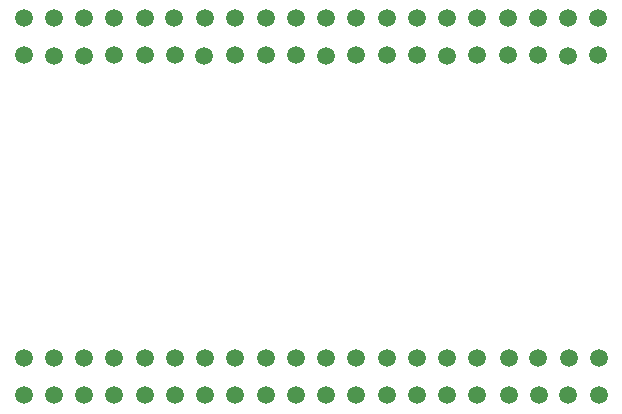
<source format=gbr>
%TF.GenerationSoftware,KiCad,Pcbnew,8.0.2*%
%TF.CreationDate,2024-09-05T16:45:02+09:00*%
%TF.ProjectId,ESP32_PCB,45535033-325f-4504-9342-2e6b69636164,rev?*%
%TF.SameCoordinates,Original*%
%TF.FileFunction,Copper,L1,Top*%
%TF.FilePolarity,Positive*%
%FSLAX46Y46*%
G04 Gerber Fmt 4.6, Leading zero omitted, Abs format (unit mm)*
G04 Created by KiCad (PCBNEW 8.0.2) date 2024-09-05 16:45:02*
%MOMM*%
%LPD*%
G01*
G04 APERTURE LIST*
%TA.AperFunction,ViaPad*%
%ADD10C,1.500000*%
%TD*%
G04 APERTURE END LIST*
D10*
%TO.N,*%
X69640000Y-94890000D03*
X74720000Y-91765000D03*
X72180000Y-94910000D03*
X77260000Y-91760000D03*
X77260000Y-94890000D03*
X69640000Y-91770000D03*
X74710000Y-94930000D03*
X72170000Y-91770000D03*
X87490000Y-91750000D03*
X84940000Y-94920000D03*
X97750000Y-91740000D03*
X90130000Y-91750000D03*
X97750000Y-94870000D03*
X95200000Y-94910000D03*
X95210000Y-91745000D03*
X108020000Y-94880000D03*
X105470000Y-94920000D03*
X87490000Y-94880000D03*
X82400000Y-91760000D03*
X92670000Y-94890000D03*
X108020000Y-91750000D03*
X82410000Y-94900000D03*
X100400000Y-91760000D03*
X100400000Y-94880000D03*
X102940000Y-94900000D03*
X79870000Y-94880000D03*
X84950000Y-91755000D03*
X105480000Y-91755000D03*
X79870000Y-91760000D03*
X90130000Y-94870000D03*
X92660000Y-91750000D03*
X102930000Y-91760000D03*
X110670000Y-94870000D03*
X118290000Y-91740000D03*
X118290000Y-94870000D03*
X115740000Y-94910000D03*
X115750000Y-91745000D03*
X110670000Y-91750000D03*
X113210000Y-94890000D03*
X113200000Y-91750000D03*
X69620000Y-66150000D03*
X77240000Y-63020000D03*
X77240000Y-66150000D03*
X74690000Y-66190000D03*
X74700000Y-63025000D03*
X69620000Y-63030000D03*
X72160000Y-66170000D03*
X72150000Y-63030000D03*
X79850000Y-66140000D03*
X87470000Y-63010000D03*
X87470000Y-66140000D03*
X84920000Y-66180000D03*
X84930000Y-63015000D03*
X79850000Y-63020000D03*
X82390000Y-66160000D03*
X82380000Y-63020000D03*
X90110000Y-66130000D03*
X97730000Y-63000000D03*
X97730000Y-66130000D03*
X95180000Y-66170000D03*
X95190000Y-63005000D03*
X90110000Y-63010000D03*
X92650000Y-66150000D03*
X92640000Y-63010000D03*
X100380000Y-66140000D03*
X108000000Y-63010000D03*
X108000000Y-66140000D03*
X105450000Y-66180000D03*
X105460000Y-63015000D03*
X100380000Y-63020000D03*
X102920000Y-66160000D03*
X102910000Y-63020000D03*
X113180000Y-63010000D03*
X110650000Y-63010000D03*
X113190000Y-66150000D03*
X115730000Y-63005000D03*
X115720000Y-66170000D03*
X118270000Y-66130000D03*
X110650000Y-66130000D03*
X118270000Y-63000000D03*
%TD*%
M02*

</source>
